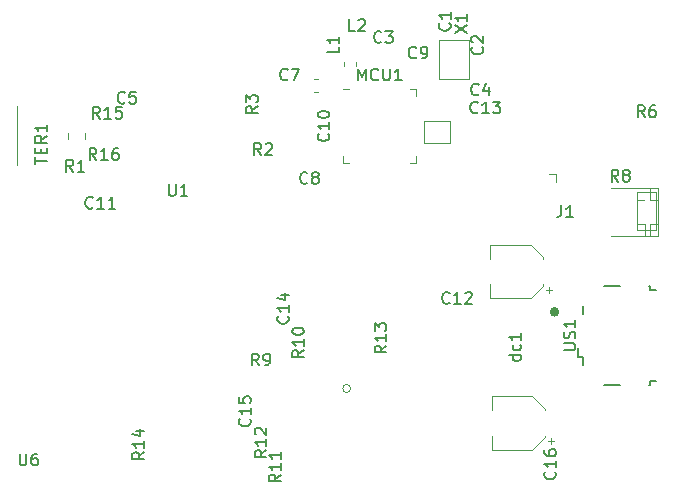
<source format=gto>
G04 #@! TF.GenerationSoftware,KiCad,Pcbnew,(5.1.2)-1*
G04 #@! TF.CreationDate,2019-08-03T00:37:11-03:00*
G04 #@! TF.ProjectId,Medidor,4d656469-646f-4722-9e6b-696361645f70,rev?*
G04 #@! TF.SameCoordinates,Original*
G04 #@! TF.FileFunction,Legend,Top*
G04 #@! TF.FilePolarity,Positive*
%FSLAX46Y46*%
G04 Gerber Fmt 4.6, Leading zero omitted, Abs format (unit mm)*
G04 Created by KiCad (PCBNEW (5.1.2)-1) date 2019-08-03 00:37:11*
%MOMM*%
%LPD*%
G04 APERTURE LIST*
%ADD10C,0.120000*%
%ADD11C,0.400000*%
%ADD12C,0.150000*%
G04 APERTURE END LIST*
D10*
X117385158Y-125476000D02*
G75*
G03X117385158Y-125476000I-341958J0D01*
G01*
X143351250Y-109537500D02*
X142779750Y-109537500D01*
X142240000Y-111506000D02*
X141668500Y-111506000D01*
X142176500Y-109537500D02*
X141605000Y-109537500D01*
X143383000Y-111506000D02*
X142811500Y-111506000D01*
X142303500Y-112522000D02*
X142303500Y-111506000D01*
X142748000Y-109537500D02*
X142748000Y-108521500D01*
X142748000Y-112522000D02*
X142748000Y-111506000D01*
X139383000Y-112521500D02*
X143383000Y-112521500D01*
X139383000Y-108521500D02*
X143383000Y-108521500D01*
X143383000Y-108521500D02*
X143383000Y-112521500D01*
X134797800Y-107315000D02*
X134797800Y-107950000D01*
X134162800Y-107315000D02*
X134797800Y-107315000D01*
X114238721Y-100332000D02*
X114564279Y-100332000D01*
X114238721Y-99312000D02*
X114564279Y-99312000D01*
X129143500Y-113310000D02*
X129143500Y-114510000D01*
X129143500Y-117830000D02*
X129143500Y-116630000D01*
X132599063Y-117830000D02*
X129143500Y-117830000D01*
X132599063Y-113310000D02*
X129143500Y-113310000D01*
X133663500Y-114374437D02*
X133663500Y-114510000D01*
X133663500Y-116765563D02*
X133663500Y-116630000D01*
X133663500Y-116765563D02*
X132599063Y-117830000D01*
X133663500Y-114374437D02*
X132599063Y-113310000D01*
X134403500Y-117130000D02*
X133903500Y-117130000D01*
X134153500Y-117380000D02*
X134153500Y-116880000D01*
X134322000Y-130207000D02*
X134322000Y-129707000D01*
X134572000Y-129957000D02*
X134072000Y-129957000D01*
X133832000Y-127201437D02*
X132767563Y-126137000D01*
X133832000Y-129592563D02*
X132767563Y-130657000D01*
X133832000Y-129592563D02*
X133832000Y-129457000D01*
X133832000Y-127201437D02*
X133832000Y-127337000D01*
X132767563Y-126137000D02*
X129312000Y-126137000D01*
X132767563Y-130657000D02*
X129312000Y-130657000D01*
X129312000Y-130657000D02*
X129312000Y-129457000D01*
X129312000Y-126137000D02*
X129312000Y-127337000D01*
X117794500Y-98168779D02*
X117794500Y-97843221D01*
X116774500Y-98168779D02*
X116774500Y-97843221D01*
X117264500Y-100141000D02*
X116714500Y-100141000D01*
X122934500Y-106361000D02*
X122934500Y-105811000D01*
X122384500Y-106361000D02*
X122934500Y-106361000D01*
X116714500Y-106361000D02*
X116714500Y-105811000D01*
X117264500Y-106361000D02*
X116714500Y-106361000D01*
X122934500Y-100141000D02*
X122934500Y-100691000D01*
X122384500Y-100141000D02*
X122934500Y-100141000D01*
X141605000Y-112059000D02*
X143225000Y-112059000D01*
X143225000Y-108839000D02*
X143230600Y-112059000D01*
X141605000Y-108839000D02*
X143225000Y-108839000D01*
X141605000Y-108839000D02*
X141605000Y-112059000D01*
X94880500Y-104320078D02*
X94880500Y-103802922D01*
X93460500Y-104320078D02*
X93460500Y-103802922D01*
X127361000Y-95948500D02*
X127361000Y-99268500D01*
X124841000Y-99268500D02*
X127361000Y-99268500D01*
X124841000Y-95948500D02*
X124841000Y-99268500D01*
X124841000Y-95948500D02*
X127361000Y-95948500D01*
X123571000Y-104724200D02*
X123571000Y-102793800D01*
X125806200Y-104724200D02*
X123571000Y-104724200D01*
X125806200Y-102793800D02*
X125806200Y-104724200D01*
X123571000Y-102793800D02*
X125806200Y-102793800D01*
D11*
X134835000Y-118990500D02*
G75*
G03X134835000Y-118990500I-200000J0D01*
G01*
D12*
X138796000Y-125139000D02*
X140196000Y-125139000D01*
X142596000Y-125139000D02*
X142746000Y-125139000D01*
X142746000Y-125139000D02*
X142746000Y-124839000D01*
X142746000Y-124839000D02*
X143196000Y-124839000D01*
X143196000Y-117139000D02*
X142746000Y-117139000D01*
X142746000Y-117139000D02*
X142746000Y-116839000D01*
X142746000Y-116839000D02*
X142596000Y-116839000D01*
X140196000Y-116839000D02*
X138796000Y-116839000D01*
X136621000Y-122064000D02*
X136621000Y-122789000D01*
X136621000Y-122789000D02*
X137046000Y-122789000D01*
X137046000Y-122789000D02*
X137046000Y-123514000D01*
X137046000Y-119189000D02*
X137046000Y-118464000D01*
D10*
X89103200Y-101549200D02*
X89103200Y-106549200D01*
D12*
X128204933Y-100560142D02*
X128157314Y-100607761D01*
X128014457Y-100655380D01*
X127919219Y-100655380D01*
X127776361Y-100607761D01*
X127681123Y-100512523D01*
X127633504Y-100417285D01*
X127585885Y-100226809D01*
X127585885Y-100083952D01*
X127633504Y-99893476D01*
X127681123Y-99798238D01*
X127776361Y-99703000D01*
X127919219Y-99655380D01*
X128014457Y-99655380D01*
X128157314Y-99703000D01*
X128204933Y-99750619D01*
X129062076Y-99988714D02*
X129062076Y-100655380D01*
X128823980Y-99607761D02*
X128585885Y-100322047D01*
X129204933Y-100322047D01*
X135201066Y-109955080D02*
X135201066Y-110669366D01*
X135153447Y-110812223D01*
X135058209Y-110907461D01*
X134915352Y-110955080D01*
X134820114Y-110955080D01*
X136201066Y-110955080D02*
X135629638Y-110955080D01*
X135915352Y-110955080D02*
X135915352Y-109955080D01*
X135820114Y-110097938D01*
X135724876Y-110193176D01*
X135629638Y-110240795D01*
X125733142Y-94550666D02*
X125780761Y-94598285D01*
X125828380Y-94741142D01*
X125828380Y-94836380D01*
X125780761Y-94979238D01*
X125685523Y-95074476D01*
X125590285Y-95122095D01*
X125399809Y-95169714D01*
X125256952Y-95169714D01*
X125066476Y-95122095D01*
X124971238Y-95074476D01*
X124876000Y-94979238D01*
X124828380Y-94836380D01*
X124828380Y-94741142D01*
X124876000Y-94598285D01*
X124923619Y-94550666D01*
X125828380Y-93598285D02*
X125828380Y-94169714D01*
X125828380Y-93884000D02*
X124828380Y-93884000D01*
X124971238Y-93979238D01*
X125066476Y-94074476D01*
X125114095Y-94169714D01*
X128500142Y-96559666D02*
X128547761Y-96607285D01*
X128595380Y-96750142D01*
X128595380Y-96845380D01*
X128547761Y-96988238D01*
X128452523Y-97083476D01*
X128357285Y-97131095D01*
X128166809Y-97178714D01*
X128023952Y-97178714D01*
X127833476Y-97131095D01*
X127738238Y-97083476D01*
X127643000Y-96988238D01*
X127595380Y-96845380D01*
X127595380Y-96750142D01*
X127643000Y-96607285D01*
X127690619Y-96559666D01*
X127690619Y-96178714D02*
X127643000Y-96131095D01*
X127595380Y-96035857D01*
X127595380Y-95797761D01*
X127643000Y-95702523D01*
X127690619Y-95654904D01*
X127785857Y-95607285D01*
X127881095Y-95607285D01*
X128023952Y-95654904D01*
X128595380Y-96226333D01*
X128595380Y-95607285D01*
X119975333Y-96115142D02*
X119927714Y-96162761D01*
X119784857Y-96210380D01*
X119689619Y-96210380D01*
X119546761Y-96162761D01*
X119451523Y-96067523D01*
X119403904Y-95972285D01*
X119356285Y-95781809D01*
X119356285Y-95638952D01*
X119403904Y-95448476D01*
X119451523Y-95353238D01*
X119546761Y-95258000D01*
X119689619Y-95210380D01*
X119784857Y-95210380D01*
X119927714Y-95258000D01*
X119975333Y-95305619D01*
X120308666Y-95210380D02*
X120927714Y-95210380D01*
X120594380Y-95591333D01*
X120737238Y-95591333D01*
X120832476Y-95638952D01*
X120880095Y-95686571D01*
X120927714Y-95781809D01*
X120927714Y-96019904D01*
X120880095Y-96115142D01*
X120832476Y-96162761D01*
X120737238Y-96210380D01*
X120451523Y-96210380D01*
X120356285Y-96162761D01*
X120308666Y-96115142D01*
X98258333Y-101256242D02*
X98210714Y-101303861D01*
X98067857Y-101351480D01*
X97972619Y-101351480D01*
X97829761Y-101303861D01*
X97734523Y-101208623D01*
X97686904Y-101113385D01*
X97639285Y-100922909D01*
X97639285Y-100780052D01*
X97686904Y-100589576D01*
X97734523Y-100494338D01*
X97829761Y-100399100D01*
X97972619Y-100351480D01*
X98067857Y-100351480D01*
X98210714Y-100399100D01*
X98258333Y-100446719D01*
X99163095Y-100351480D02*
X98686904Y-100351480D01*
X98639285Y-100827671D01*
X98686904Y-100780052D01*
X98782142Y-100732433D01*
X99020238Y-100732433D01*
X99115476Y-100780052D01*
X99163095Y-100827671D01*
X99210714Y-100922909D01*
X99210714Y-101161004D01*
X99163095Y-101256242D01*
X99115476Y-101303861D01*
X99020238Y-101351480D01*
X98782142Y-101351480D01*
X98686904Y-101303861D01*
X98639285Y-101256242D01*
X112037833Y-99290142D02*
X111990214Y-99337761D01*
X111847357Y-99385380D01*
X111752119Y-99385380D01*
X111609261Y-99337761D01*
X111514023Y-99242523D01*
X111466404Y-99147285D01*
X111418785Y-98956809D01*
X111418785Y-98813952D01*
X111466404Y-98623476D01*
X111514023Y-98528238D01*
X111609261Y-98433000D01*
X111752119Y-98385380D01*
X111847357Y-98385380D01*
X111990214Y-98433000D01*
X112037833Y-98480619D01*
X112371166Y-98385380D02*
X113037833Y-98385380D01*
X112609261Y-99385380D01*
X113711833Y-108053142D02*
X113664214Y-108100761D01*
X113521357Y-108148380D01*
X113426119Y-108148380D01*
X113283261Y-108100761D01*
X113188023Y-108005523D01*
X113140404Y-107910285D01*
X113092785Y-107719809D01*
X113092785Y-107576952D01*
X113140404Y-107386476D01*
X113188023Y-107291238D01*
X113283261Y-107196000D01*
X113426119Y-107148380D01*
X113521357Y-107148380D01*
X113664214Y-107196000D01*
X113711833Y-107243619D01*
X114283261Y-107576952D02*
X114188023Y-107529333D01*
X114140404Y-107481714D01*
X114092785Y-107386476D01*
X114092785Y-107338857D01*
X114140404Y-107243619D01*
X114188023Y-107196000D01*
X114283261Y-107148380D01*
X114473738Y-107148380D01*
X114568976Y-107196000D01*
X114616595Y-107243619D01*
X114664214Y-107338857D01*
X114664214Y-107386476D01*
X114616595Y-107481714D01*
X114568976Y-107529333D01*
X114473738Y-107576952D01*
X114283261Y-107576952D01*
X114188023Y-107624571D01*
X114140404Y-107672190D01*
X114092785Y-107767428D01*
X114092785Y-107957904D01*
X114140404Y-108053142D01*
X114188023Y-108100761D01*
X114283261Y-108148380D01*
X114473738Y-108148380D01*
X114568976Y-108100761D01*
X114616595Y-108053142D01*
X114664214Y-107957904D01*
X114664214Y-107767428D01*
X114616595Y-107672190D01*
X114568976Y-107624571D01*
X114473738Y-107576952D01*
X122919333Y-97425642D02*
X122871714Y-97473261D01*
X122728857Y-97520880D01*
X122633619Y-97520880D01*
X122490761Y-97473261D01*
X122395523Y-97378023D01*
X122347904Y-97282785D01*
X122300285Y-97092309D01*
X122300285Y-96949452D01*
X122347904Y-96758976D01*
X122395523Y-96663738D01*
X122490761Y-96568500D01*
X122633619Y-96520880D01*
X122728857Y-96520880D01*
X122871714Y-96568500D01*
X122919333Y-96616119D01*
X123395523Y-97520880D02*
X123586000Y-97520880D01*
X123681238Y-97473261D01*
X123728857Y-97425642D01*
X123824095Y-97282785D01*
X123871714Y-97092309D01*
X123871714Y-96711357D01*
X123824095Y-96616119D01*
X123776476Y-96568500D01*
X123681238Y-96520880D01*
X123490761Y-96520880D01*
X123395523Y-96568500D01*
X123347904Y-96616119D01*
X123300285Y-96711357D01*
X123300285Y-96949452D01*
X123347904Y-97044690D01*
X123395523Y-97092309D01*
X123490761Y-97139928D01*
X123681238Y-97139928D01*
X123776476Y-97092309D01*
X123824095Y-97044690D01*
X123871714Y-96949452D01*
X115482642Y-103893857D02*
X115530261Y-103941476D01*
X115577880Y-104084333D01*
X115577880Y-104179571D01*
X115530261Y-104322428D01*
X115435023Y-104417666D01*
X115339785Y-104465285D01*
X115149309Y-104512904D01*
X115006452Y-104512904D01*
X114815976Y-104465285D01*
X114720738Y-104417666D01*
X114625500Y-104322428D01*
X114577880Y-104179571D01*
X114577880Y-104084333D01*
X114625500Y-103941476D01*
X114673119Y-103893857D01*
X115577880Y-102941476D02*
X115577880Y-103512904D01*
X115577880Y-103227190D02*
X114577880Y-103227190D01*
X114720738Y-103322428D01*
X114815976Y-103417666D01*
X114863595Y-103512904D01*
X114577880Y-102322428D02*
X114577880Y-102227190D01*
X114625500Y-102131952D01*
X114673119Y-102084333D01*
X114768357Y-102036714D01*
X114958833Y-101989095D01*
X115196928Y-101989095D01*
X115387404Y-102036714D01*
X115482642Y-102084333D01*
X115530261Y-102131952D01*
X115577880Y-102227190D01*
X115577880Y-102322428D01*
X115530261Y-102417666D01*
X115482642Y-102465285D01*
X115387404Y-102512904D01*
X115196928Y-102560523D01*
X114958833Y-102560523D01*
X114768357Y-102512904D01*
X114673119Y-102465285D01*
X114625500Y-102417666D01*
X114577880Y-102322428D01*
X95536642Y-110148642D02*
X95489023Y-110196261D01*
X95346166Y-110243880D01*
X95250928Y-110243880D01*
X95108071Y-110196261D01*
X95012833Y-110101023D01*
X94965214Y-110005785D01*
X94917595Y-109815309D01*
X94917595Y-109672452D01*
X94965214Y-109481976D01*
X95012833Y-109386738D01*
X95108071Y-109291500D01*
X95250928Y-109243880D01*
X95346166Y-109243880D01*
X95489023Y-109291500D01*
X95536642Y-109339119D01*
X96489023Y-110243880D02*
X95917595Y-110243880D01*
X96203309Y-110243880D02*
X96203309Y-109243880D01*
X96108071Y-109386738D01*
X96012833Y-109481976D01*
X95917595Y-109529595D01*
X97441404Y-110243880D02*
X96869976Y-110243880D01*
X97155690Y-110243880D02*
X97155690Y-109243880D01*
X97060452Y-109386738D01*
X96965214Y-109481976D01*
X96869976Y-109529595D01*
X125744142Y-118213142D02*
X125696523Y-118260761D01*
X125553666Y-118308380D01*
X125458428Y-118308380D01*
X125315571Y-118260761D01*
X125220333Y-118165523D01*
X125172714Y-118070285D01*
X125125095Y-117879809D01*
X125125095Y-117736952D01*
X125172714Y-117546476D01*
X125220333Y-117451238D01*
X125315571Y-117356000D01*
X125458428Y-117308380D01*
X125553666Y-117308380D01*
X125696523Y-117356000D01*
X125744142Y-117403619D01*
X126696523Y-118308380D02*
X126125095Y-118308380D01*
X126410809Y-118308380D02*
X126410809Y-117308380D01*
X126315571Y-117451238D01*
X126220333Y-117546476D01*
X126125095Y-117594095D01*
X127077476Y-117403619D02*
X127125095Y-117356000D01*
X127220333Y-117308380D01*
X127458428Y-117308380D01*
X127553666Y-117356000D01*
X127601285Y-117403619D01*
X127648904Y-117498857D01*
X127648904Y-117594095D01*
X127601285Y-117736952D01*
X127029857Y-118308380D01*
X127648904Y-118308380D01*
X128135142Y-102084142D02*
X128087523Y-102131761D01*
X127944666Y-102179380D01*
X127849428Y-102179380D01*
X127706571Y-102131761D01*
X127611333Y-102036523D01*
X127563714Y-101941285D01*
X127516095Y-101750809D01*
X127516095Y-101607952D01*
X127563714Y-101417476D01*
X127611333Y-101322238D01*
X127706571Y-101227000D01*
X127849428Y-101179380D01*
X127944666Y-101179380D01*
X128087523Y-101227000D01*
X128135142Y-101274619D01*
X129087523Y-102179380D02*
X128516095Y-102179380D01*
X128801809Y-102179380D02*
X128801809Y-101179380D01*
X128706571Y-101322238D01*
X128611333Y-101417476D01*
X128516095Y-101465095D01*
X129420857Y-101179380D02*
X130039904Y-101179380D01*
X129706571Y-101560333D01*
X129849428Y-101560333D01*
X129944666Y-101607952D01*
X129992285Y-101655571D01*
X130039904Y-101750809D01*
X130039904Y-101988904D01*
X129992285Y-102084142D01*
X129944666Y-102131761D01*
X129849428Y-102179380D01*
X129563714Y-102179380D01*
X129468476Y-102131761D01*
X129420857Y-102084142D01*
X112053642Y-119357657D02*
X112101261Y-119405276D01*
X112148880Y-119548133D01*
X112148880Y-119643371D01*
X112101261Y-119786228D01*
X112006023Y-119881466D01*
X111910785Y-119929085D01*
X111720309Y-119976704D01*
X111577452Y-119976704D01*
X111386976Y-119929085D01*
X111291738Y-119881466D01*
X111196500Y-119786228D01*
X111148880Y-119643371D01*
X111148880Y-119548133D01*
X111196500Y-119405276D01*
X111244119Y-119357657D01*
X112148880Y-118405276D02*
X112148880Y-118976704D01*
X112148880Y-118690990D02*
X111148880Y-118690990D01*
X111291738Y-118786228D01*
X111386976Y-118881466D01*
X111434595Y-118976704D01*
X111482214Y-117548133D02*
X112148880Y-117548133D01*
X111101261Y-117786228D02*
X111815547Y-118024323D01*
X111815547Y-117405276D01*
X108815142Y-128046857D02*
X108862761Y-128094476D01*
X108910380Y-128237333D01*
X108910380Y-128332571D01*
X108862761Y-128475428D01*
X108767523Y-128570666D01*
X108672285Y-128618285D01*
X108481809Y-128665904D01*
X108338952Y-128665904D01*
X108148476Y-128618285D01*
X108053238Y-128570666D01*
X107958000Y-128475428D01*
X107910380Y-128332571D01*
X107910380Y-128237333D01*
X107958000Y-128094476D01*
X108005619Y-128046857D01*
X108910380Y-127094476D02*
X108910380Y-127665904D01*
X108910380Y-127380190D02*
X107910380Y-127380190D01*
X108053238Y-127475428D01*
X108148476Y-127570666D01*
X108196095Y-127665904D01*
X107910380Y-126189714D02*
X107910380Y-126665904D01*
X108386571Y-126713523D01*
X108338952Y-126665904D01*
X108291333Y-126570666D01*
X108291333Y-126332571D01*
X108338952Y-126237333D01*
X108386571Y-126189714D01*
X108481809Y-126142095D01*
X108719904Y-126142095D01*
X108815142Y-126189714D01*
X108862761Y-126237333D01*
X108910380Y-126332571D01*
X108910380Y-126570666D01*
X108862761Y-126665904D01*
X108815142Y-126713523D01*
X134659642Y-132532357D02*
X134707261Y-132579976D01*
X134754880Y-132722833D01*
X134754880Y-132818071D01*
X134707261Y-132960928D01*
X134612023Y-133056166D01*
X134516785Y-133103785D01*
X134326309Y-133151404D01*
X134183452Y-133151404D01*
X133992976Y-133103785D01*
X133897738Y-133056166D01*
X133802500Y-132960928D01*
X133754880Y-132818071D01*
X133754880Y-132722833D01*
X133802500Y-132579976D01*
X133850119Y-132532357D01*
X134754880Y-131579976D02*
X134754880Y-132151404D01*
X134754880Y-131865690D02*
X133754880Y-131865690D01*
X133897738Y-131960928D01*
X133992976Y-132056166D01*
X134040595Y-132151404D01*
X133754880Y-130722833D02*
X133754880Y-130913309D01*
X133802500Y-131008547D01*
X133850119Y-131056166D01*
X133992976Y-131151404D01*
X134183452Y-131199023D01*
X134564404Y-131199023D01*
X134659642Y-131151404D01*
X134707261Y-131103785D01*
X134754880Y-131008547D01*
X134754880Y-130818071D01*
X134707261Y-130722833D01*
X134659642Y-130675214D01*
X134564404Y-130627595D01*
X134326309Y-130627595D01*
X134231071Y-130675214D01*
X134183452Y-130722833D01*
X134135833Y-130818071D01*
X134135833Y-131008547D01*
X134183452Y-131103785D01*
X134231071Y-131151404D01*
X134326309Y-131199023D01*
X116377980Y-96534266D02*
X116377980Y-97010457D01*
X115377980Y-97010457D01*
X116377980Y-95677123D02*
X116377980Y-96248552D01*
X116377980Y-95962838D02*
X115377980Y-95962838D01*
X115520838Y-96058076D01*
X115616076Y-96153314D01*
X115663695Y-96248552D01*
X117740133Y-95192780D02*
X117263942Y-95192780D01*
X117263942Y-94192780D01*
X118025847Y-94288019D02*
X118073466Y-94240400D01*
X118168704Y-94192780D01*
X118406800Y-94192780D01*
X118502038Y-94240400D01*
X118549657Y-94288019D01*
X118597276Y-94383257D01*
X118597276Y-94478495D01*
X118549657Y-94621352D01*
X117978228Y-95192780D01*
X118597276Y-95192780D01*
X117991166Y-99383380D02*
X117991166Y-98383380D01*
X118324500Y-99097666D01*
X118657833Y-98383380D01*
X118657833Y-99383380D01*
X119705452Y-99288142D02*
X119657833Y-99335761D01*
X119514976Y-99383380D01*
X119419738Y-99383380D01*
X119276880Y-99335761D01*
X119181642Y-99240523D01*
X119134023Y-99145285D01*
X119086404Y-98954809D01*
X119086404Y-98811952D01*
X119134023Y-98621476D01*
X119181642Y-98526238D01*
X119276880Y-98431000D01*
X119419738Y-98383380D01*
X119514976Y-98383380D01*
X119657833Y-98431000D01*
X119705452Y-98478619D01*
X120134023Y-98383380D02*
X120134023Y-99192904D01*
X120181642Y-99288142D01*
X120229261Y-99335761D01*
X120324500Y-99383380D01*
X120514976Y-99383380D01*
X120610214Y-99335761D01*
X120657833Y-99288142D01*
X120705452Y-99192904D01*
X120705452Y-98383380D01*
X121705452Y-99383380D02*
X121134023Y-99383380D01*
X121419738Y-99383380D02*
X121419738Y-98383380D01*
X121324500Y-98526238D01*
X121229261Y-98621476D01*
X121134023Y-98669095D01*
X109792333Y-105708380D02*
X109459000Y-105232190D01*
X109220904Y-105708380D02*
X109220904Y-104708380D01*
X109601857Y-104708380D01*
X109697095Y-104756000D01*
X109744714Y-104803619D01*
X109792333Y-104898857D01*
X109792333Y-105041714D01*
X109744714Y-105136952D01*
X109697095Y-105184571D01*
X109601857Y-105232190D01*
X109220904Y-105232190D01*
X110173285Y-104803619D02*
X110220904Y-104756000D01*
X110316142Y-104708380D01*
X110554238Y-104708380D01*
X110649476Y-104756000D01*
X110697095Y-104803619D01*
X110744714Y-104898857D01*
X110744714Y-104994095D01*
X110697095Y-105136952D01*
X110125666Y-105708380D01*
X110744714Y-105708380D01*
X109492180Y-101588866D02*
X109015990Y-101922200D01*
X109492180Y-102160295D02*
X108492180Y-102160295D01*
X108492180Y-101779342D01*
X108539800Y-101684104D01*
X108587419Y-101636485D01*
X108682657Y-101588866D01*
X108825514Y-101588866D01*
X108920752Y-101636485D01*
X108968371Y-101684104D01*
X109015990Y-101779342D01*
X109015990Y-102160295D01*
X108492180Y-101255533D02*
X108492180Y-100636485D01*
X108873133Y-100969819D01*
X108873133Y-100826961D01*
X108920752Y-100731723D01*
X108968371Y-100684104D01*
X109063609Y-100636485D01*
X109301704Y-100636485D01*
X109396942Y-100684104D01*
X109444561Y-100731723D01*
X109492180Y-100826961D01*
X109492180Y-101112676D01*
X109444561Y-101207914D01*
X109396942Y-101255533D01*
X142263833Y-102496880D02*
X141930500Y-102020690D01*
X141692404Y-102496880D02*
X141692404Y-101496880D01*
X142073357Y-101496880D01*
X142168595Y-101544500D01*
X142216214Y-101592119D01*
X142263833Y-101687357D01*
X142263833Y-101830214D01*
X142216214Y-101925452D01*
X142168595Y-101973071D01*
X142073357Y-102020690D01*
X141692404Y-102020690D01*
X143120976Y-101496880D02*
X142930500Y-101496880D01*
X142835261Y-101544500D01*
X142787642Y-101592119D01*
X142692404Y-101734976D01*
X142644785Y-101925452D01*
X142644785Y-102306404D01*
X142692404Y-102401642D01*
X142740023Y-102449261D01*
X142835261Y-102496880D01*
X143025738Y-102496880D01*
X143120976Y-102449261D01*
X143168595Y-102401642D01*
X143216214Y-102306404D01*
X143216214Y-102068309D01*
X143168595Y-101973071D01*
X143120976Y-101925452D01*
X143025738Y-101877833D01*
X142835261Y-101877833D01*
X142740023Y-101925452D01*
X142692404Y-101973071D01*
X142644785Y-102068309D01*
X140041333Y-107957880D02*
X139708000Y-107481690D01*
X139469904Y-107957880D02*
X139469904Y-106957880D01*
X139850857Y-106957880D01*
X139946095Y-107005500D01*
X139993714Y-107053119D01*
X140041333Y-107148357D01*
X140041333Y-107291214D01*
X139993714Y-107386452D01*
X139946095Y-107434071D01*
X139850857Y-107481690D01*
X139469904Y-107481690D01*
X140612761Y-107386452D02*
X140517523Y-107338833D01*
X140469904Y-107291214D01*
X140422285Y-107195976D01*
X140422285Y-107148357D01*
X140469904Y-107053119D01*
X140517523Y-107005500D01*
X140612761Y-106957880D01*
X140803238Y-106957880D01*
X140898476Y-107005500D01*
X140946095Y-107053119D01*
X140993714Y-107148357D01*
X140993714Y-107195976D01*
X140946095Y-107291214D01*
X140898476Y-107338833D01*
X140803238Y-107386452D01*
X140612761Y-107386452D01*
X140517523Y-107434071D01*
X140469904Y-107481690D01*
X140422285Y-107576928D01*
X140422285Y-107767404D01*
X140469904Y-107862642D01*
X140517523Y-107910261D01*
X140612761Y-107957880D01*
X140803238Y-107957880D01*
X140898476Y-107910261D01*
X140946095Y-107862642D01*
X140993714Y-107767404D01*
X140993714Y-107576928D01*
X140946095Y-107481690D01*
X140898476Y-107434071D01*
X140803238Y-107386452D01*
X109601833Y-123515380D02*
X109268500Y-123039190D01*
X109030404Y-123515380D02*
X109030404Y-122515380D01*
X109411357Y-122515380D01*
X109506595Y-122563000D01*
X109554214Y-122610619D01*
X109601833Y-122705857D01*
X109601833Y-122848714D01*
X109554214Y-122943952D01*
X109506595Y-122991571D01*
X109411357Y-123039190D01*
X109030404Y-123039190D01*
X110078023Y-123515380D02*
X110268500Y-123515380D01*
X110363738Y-123467761D01*
X110411357Y-123420142D01*
X110506595Y-123277285D01*
X110554214Y-123086809D01*
X110554214Y-122705857D01*
X110506595Y-122610619D01*
X110458976Y-122563000D01*
X110363738Y-122515380D01*
X110173261Y-122515380D01*
X110078023Y-122563000D01*
X110030404Y-122610619D01*
X109982785Y-122705857D01*
X109982785Y-122943952D01*
X110030404Y-123039190D01*
X110078023Y-123086809D01*
X110173261Y-123134428D01*
X110363738Y-123134428D01*
X110458976Y-123086809D01*
X110506595Y-123039190D01*
X110554214Y-122943952D01*
X113418880Y-122245357D02*
X112942690Y-122578690D01*
X113418880Y-122816785D02*
X112418880Y-122816785D01*
X112418880Y-122435833D01*
X112466500Y-122340595D01*
X112514119Y-122292976D01*
X112609357Y-122245357D01*
X112752214Y-122245357D01*
X112847452Y-122292976D01*
X112895071Y-122340595D01*
X112942690Y-122435833D01*
X112942690Y-122816785D01*
X113418880Y-121292976D02*
X113418880Y-121864404D01*
X113418880Y-121578690D02*
X112418880Y-121578690D01*
X112561738Y-121673928D01*
X112656976Y-121769166D01*
X112704595Y-121864404D01*
X112418880Y-120673928D02*
X112418880Y-120578690D01*
X112466500Y-120483452D01*
X112514119Y-120435833D01*
X112609357Y-120388214D01*
X112799833Y-120340595D01*
X113037928Y-120340595D01*
X113228404Y-120388214D01*
X113323642Y-120435833D01*
X113371261Y-120483452D01*
X113418880Y-120578690D01*
X113418880Y-120673928D01*
X113371261Y-120769166D01*
X113323642Y-120816785D01*
X113228404Y-120864404D01*
X113037928Y-120912023D01*
X112799833Y-120912023D01*
X112609357Y-120864404D01*
X112514119Y-120816785D01*
X112466500Y-120769166D01*
X112418880Y-120673928D01*
X111450380Y-132763357D02*
X110974190Y-133096690D01*
X111450380Y-133334785D02*
X110450380Y-133334785D01*
X110450380Y-132953833D01*
X110498000Y-132858595D01*
X110545619Y-132810976D01*
X110640857Y-132763357D01*
X110783714Y-132763357D01*
X110878952Y-132810976D01*
X110926571Y-132858595D01*
X110974190Y-132953833D01*
X110974190Y-133334785D01*
X111450380Y-131810976D02*
X111450380Y-132382404D01*
X111450380Y-132096690D02*
X110450380Y-132096690D01*
X110593238Y-132191928D01*
X110688476Y-132287166D01*
X110736095Y-132382404D01*
X111450380Y-130858595D02*
X111450380Y-131430023D01*
X111450380Y-131144309D02*
X110450380Y-131144309D01*
X110593238Y-131239547D01*
X110688476Y-131334785D01*
X110736095Y-131430023D01*
X110243880Y-130690857D02*
X109767690Y-131024190D01*
X110243880Y-131262285D02*
X109243880Y-131262285D01*
X109243880Y-130881333D01*
X109291500Y-130786095D01*
X109339119Y-130738476D01*
X109434357Y-130690857D01*
X109577214Y-130690857D01*
X109672452Y-130738476D01*
X109720071Y-130786095D01*
X109767690Y-130881333D01*
X109767690Y-131262285D01*
X110243880Y-129738476D02*
X110243880Y-130309904D01*
X110243880Y-130024190D02*
X109243880Y-130024190D01*
X109386738Y-130119428D01*
X109481976Y-130214666D01*
X109529595Y-130309904D01*
X109339119Y-129357523D02*
X109291500Y-129309904D01*
X109243880Y-129214666D01*
X109243880Y-128976571D01*
X109291500Y-128881333D01*
X109339119Y-128833714D01*
X109434357Y-128786095D01*
X109529595Y-128786095D01*
X109672452Y-128833714D01*
X110243880Y-129405142D01*
X110243880Y-128786095D01*
X120391180Y-121851657D02*
X119914990Y-122184990D01*
X120391180Y-122423085D02*
X119391180Y-122423085D01*
X119391180Y-122042133D01*
X119438800Y-121946895D01*
X119486419Y-121899276D01*
X119581657Y-121851657D01*
X119724514Y-121851657D01*
X119819752Y-121899276D01*
X119867371Y-121946895D01*
X119914990Y-122042133D01*
X119914990Y-122423085D01*
X120391180Y-120899276D02*
X120391180Y-121470704D01*
X120391180Y-121184990D02*
X119391180Y-121184990D01*
X119534038Y-121280228D01*
X119629276Y-121375466D01*
X119676895Y-121470704D01*
X119391180Y-120565942D02*
X119391180Y-119946895D01*
X119772133Y-120280228D01*
X119772133Y-120137371D01*
X119819752Y-120042133D01*
X119867371Y-119994514D01*
X119962609Y-119946895D01*
X120200704Y-119946895D01*
X120295942Y-119994514D01*
X120343561Y-120042133D01*
X120391180Y-120137371D01*
X120391180Y-120423085D01*
X120343561Y-120518323D01*
X120295942Y-120565942D01*
X99893380Y-130858357D02*
X99417190Y-131191690D01*
X99893380Y-131429785D02*
X98893380Y-131429785D01*
X98893380Y-131048833D01*
X98941000Y-130953595D01*
X98988619Y-130905976D01*
X99083857Y-130858357D01*
X99226714Y-130858357D01*
X99321952Y-130905976D01*
X99369571Y-130953595D01*
X99417190Y-131048833D01*
X99417190Y-131429785D01*
X99893380Y-129905976D02*
X99893380Y-130477404D01*
X99893380Y-130191690D02*
X98893380Y-130191690D01*
X99036238Y-130286928D01*
X99131476Y-130382166D01*
X99179095Y-130477404D01*
X99226714Y-129048833D02*
X99893380Y-129048833D01*
X98845761Y-129286928D02*
X99560047Y-129525023D01*
X99560047Y-128905976D01*
X96131142Y-102623880D02*
X95797809Y-102147690D01*
X95559714Y-102623880D02*
X95559714Y-101623880D01*
X95940666Y-101623880D01*
X96035904Y-101671500D01*
X96083523Y-101719119D01*
X96131142Y-101814357D01*
X96131142Y-101957214D01*
X96083523Y-102052452D01*
X96035904Y-102100071D01*
X95940666Y-102147690D01*
X95559714Y-102147690D01*
X97083523Y-102623880D02*
X96512095Y-102623880D01*
X96797809Y-102623880D02*
X96797809Y-101623880D01*
X96702571Y-101766738D01*
X96607333Y-101861976D01*
X96512095Y-101909595D01*
X97988285Y-101623880D02*
X97512095Y-101623880D01*
X97464476Y-102100071D01*
X97512095Y-102052452D01*
X97607333Y-102004833D01*
X97845428Y-102004833D01*
X97940666Y-102052452D01*
X97988285Y-102100071D01*
X98035904Y-102195309D01*
X98035904Y-102433404D01*
X97988285Y-102528642D01*
X97940666Y-102576261D01*
X97845428Y-102623880D01*
X97607333Y-102623880D01*
X97512095Y-102576261D01*
X97464476Y-102528642D01*
X95836642Y-106116380D02*
X95503309Y-105640190D01*
X95265214Y-106116380D02*
X95265214Y-105116380D01*
X95646166Y-105116380D01*
X95741404Y-105164000D01*
X95789023Y-105211619D01*
X95836642Y-105306857D01*
X95836642Y-105449714D01*
X95789023Y-105544952D01*
X95741404Y-105592571D01*
X95646166Y-105640190D01*
X95265214Y-105640190D01*
X96789023Y-106116380D02*
X96217595Y-106116380D01*
X96503309Y-106116380D02*
X96503309Y-105116380D01*
X96408071Y-105259238D01*
X96312833Y-105354476D01*
X96217595Y-105402095D01*
X97646166Y-105116380D02*
X97455690Y-105116380D01*
X97360452Y-105164000D01*
X97312833Y-105211619D01*
X97217595Y-105354476D01*
X97169976Y-105544952D01*
X97169976Y-105925904D01*
X97217595Y-106021142D01*
X97265214Y-106068761D01*
X97360452Y-106116380D01*
X97550928Y-106116380D01*
X97646166Y-106068761D01*
X97693785Y-106021142D01*
X97741404Y-105925904D01*
X97741404Y-105687809D01*
X97693785Y-105592571D01*
X97646166Y-105544952D01*
X97550928Y-105497333D01*
X97360452Y-105497333D01*
X97265214Y-105544952D01*
X97217595Y-105592571D01*
X97169976Y-105687809D01*
X93876833Y-107117380D02*
X93543500Y-106641190D01*
X93305404Y-107117380D02*
X93305404Y-106117380D01*
X93686357Y-106117380D01*
X93781595Y-106165000D01*
X93829214Y-106212619D01*
X93876833Y-106307857D01*
X93876833Y-106450714D01*
X93829214Y-106545952D01*
X93781595Y-106593571D01*
X93686357Y-106641190D01*
X93305404Y-106641190D01*
X94829214Y-107117380D02*
X94257785Y-107117380D01*
X94543500Y-107117380D02*
X94543500Y-106117380D01*
X94448261Y-106260238D01*
X94353023Y-106355476D01*
X94257785Y-106403095D01*
X126198380Y-95361023D02*
X127198380Y-94694357D01*
X126198380Y-94694357D02*
X127198380Y-95361023D01*
X127198380Y-93789595D02*
X127198380Y-94361023D01*
X127198380Y-94075309D02*
X126198380Y-94075309D01*
X126341238Y-94170547D01*
X126436476Y-94265785D01*
X126484095Y-94361023D01*
X89344595Y-130992880D02*
X89344595Y-131802404D01*
X89392214Y-131897642D01*
X89439833Y-131945261D01*
X89535071Y-131992880D01*
X89725547Y-131992880D01*
X89820785Y-131945261D01*
X89868404Y-131897642D01*
X89916023Y-131802404D01*
X89916023Y-130992880D01*
X90820785Y-130992880D02*
X90630309Y-130992880D01*
X90535071Y-131040500D01*
X90487452Y-131088119D01*
X90392214Y-131230976D01*
X90344595Y-131421452D01*
X90344595Y-131802404D01*
X90392214Y-131897642D01*
X90439833Y-131945261D01*
X90535071Y-131992880D01*
X90725547Y-131992880D01*
X90820785Y-131945261D01*
X90868404Y-131897642D01*
X90916023Y-131802404D01*
X90916023Y-131564309D01*
X90868404Y-131469071D01*
X90820785Y-131421452D01*
X90725547Y-131373833D01*
X90535071Y-131373833D01*
X90439833Y-131421452D01*
X90392214Y-131469071D01*
X90344595Y-131564309D01*
X131770380Y-122673976D02*
X130770380Y-122673976D01*
X131722761Y-122673976D02*
X131770380Y-122769214D01*
X131770380Y-122959690D01*
X131722761Y-123054928D01*
X131675142Y-123102547D01*
X131579904Y-123150166D01*
X131294190Y-123150166D01*
X131198952Y-123102547D01*
X131151333Y-123054928D01*
X131103714Y-122959690D01*
X131103714Y-122769214D01*
X131151333Y-122673976D01*
X131722761Y-121769214D02*
X131770380Y-121864452D01*
X131770380Y-122054928D01*
X131722761Y-122150166D01*
X131675142Y-122197785D01*
X131579904Y-122245404D01*
X131294190Y-122245404D01*
X131198952Y-122197785D01*
X131151333Y-122150166D01*
X131103714Y-122054928D01*
X131103714Y-121864452D01*
X131151333Y-121769214D01*
X131770380Y-120816833D02*
X131770380Y-121388261D01*
X131770380Y-121102547D02*
X130770380Y-121102547D01*
X130913238Y-121197785D01*
X131008476Y-121293023D01*
X131056095Y-121388261D01*
X101981095Y-108165380D02*
X101981095Y-108974904D01*
X102028714Y-109070142D01*
X102076333Y-109117761D01*
X102171571Y-109165380D01*
X102362047Y-109165380D01*
X102457285Y-109117761D01*
X102504904Y-109070142D01*
X102552523Y-108974904D01*
X102552523Y-108165380D01*
X103552523Y-109165380D02*
X102981095Y-109165380D01*
X103266809Y-109165380D02*
X103266809Y-108165380D01*
X103171571Y-108308238D01*
X103076333Y-108403476D01*
X102981095Y-108451095D01*
X135398380Y-122227095D02*
X136207904Y-122227095D01*
X136303142Y-122179476D01*
X136350761Y-122131857D01*
X136398380Y-122036619D01*
X136398380Y-121846142D01*
X136350761Y-121750904D01*
X136303142Y-121703285D01*
X136207904Y-121655666D01*
X135398380Y-121655666D01*
X136350761Y-121227095D02*
X136398380Y-121084238D01*
X136398380Y-120846142D01*
X136350761Y-120750904D01*
X136303142Y-120703285D01*
X136207904Y-120655666D01*
X136112666Y-120655666D01*
X136017428Y-120703285D01*
X135969809Y-120750904D01*
X135922190Y-120846142D01*
X135874571Y-121036619D01*
X135826952Y-121131857D01*
X135779333Y-121179476D01*
X135684095Y-121227095D01*
X135588857Y-121227095D01*
X135493619Y-121179476D01*
X135446000Y-121131857D01*
X135398380Y-121036619D01*
X135398380Y-120798523D01*
X135446000Y-120655666D01*
X136398380Y-119703285D02*
X136398380Y-120274714D01*
X136398380Y-119989000D02*
X135398380Y-119989000D01*
X135541238Y-120084238D01*
X135636476Y-120179476D01*
X135684095Y-120274714D01*
X90638380Y-106463885D02*
X90638380Y-105892457D01*
X91638380Y-106178171D02*
X90638380Y-106178171D01*
X91114571Y-105559123D02*
X91114571Y-105225790D01*
X91638380Y-105082933D02*
X91638380Y-105559123D01*
X90638380Y-105559123D01*
X90638380Y-105082933D01*
X91638380Y-104082933D02*
X91162190Y-104416266D01*
X91638380Y-104654361D02*
X90638380Y-104654361D01*
X90638380Y-104273409D01*
X90686000Y-104178171D01*
X90733619Y-104130552D01*
X90828857Y-104082933D01*
X90971714Y-104082933D01*
X91066952Y-104130552D01*
X91114571Y-104178171D01*
X91162190Y-104273409D01*
X91162190Y-104654361D01*
X91638380Y-103130552D02*
X91638380Y-103701980D01*
X91638380Y-103416266D02*
X90638380Y-103416266D01*
X90781238Y-103511504D01*
X90876476Y-103606742D01*
X90924095Y-103701980D01*
M02*

</source>
